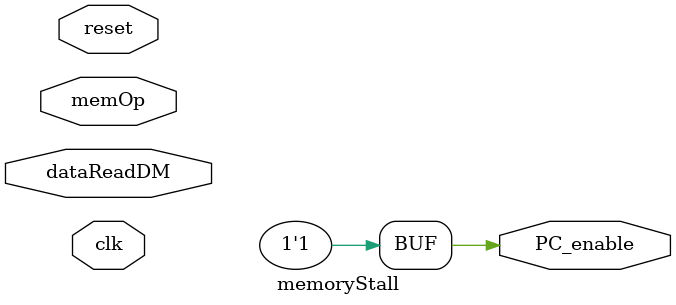
<source format=sv>
module memoryStall #(parameter N = 64) (
    input logic memOp, clk, reset,
    input logic[N-1:0] dataReadDM,
    output logic PC_enable
);

    // logic[N-1:0] dataRead;
    // logic[1:0] counter, counterSub;
    // logic cmp, counterEnable, counterStart;
    
    // flopre #(2) counterReg(.clk(clk),
    //                        .reset(reset),
    //                        .d(counter),
    //                        .q(counterSub),
    //                        .enable(counterEnable));

    // always_comb begin
    //     if (memOp & (counter == 2'b0) & (~counterStart))
    //         counterStart = 1'b1;
    //     else
    //         counterStart = 'b0; 
    // end

    // assign counter = ~(&{counter}) ? 2'b0: counterSub - 2'b1;
    // assign PC_enable = ~(&{counter});
    assign PC_enable = 1;

endmodule
</source>
